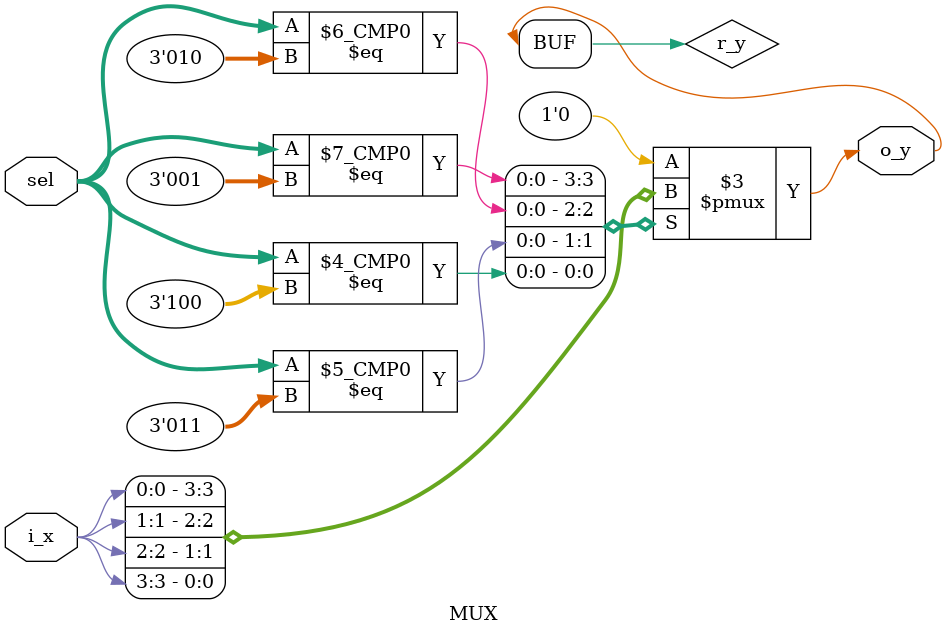
<source format=v>
`timescale 1ns / 1ps

module MUX(
    input [4:0] i_x,
    input [2:0] sel,
    output o_y
    );

    reg r_y;
    assign o_y = r_y;

    always @(*) begin
        case (sel)
            3'd0 : r_y <= 1'b0;
            3'd1 : r_y <= i_x[0]; 
            3'd2 : r_y <= i_x[1]; 
            3'd3 : r_y <= i_x[2]; 
            3'd4 : r_y <= i_x[3];  
            default: r_y <= 1'b0;
        endcase
        
    end
endmodule

</source>
